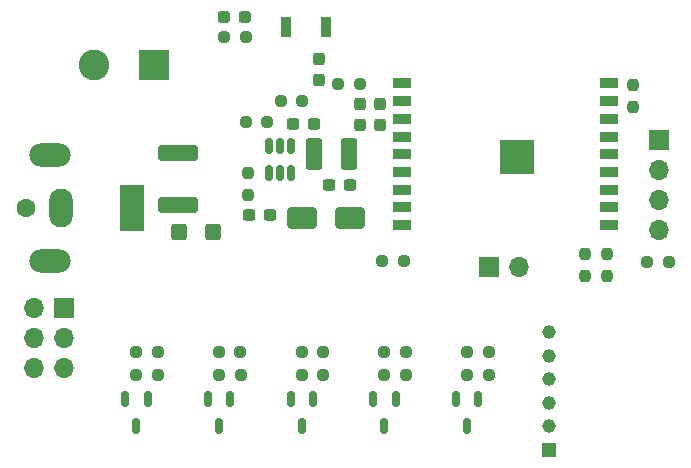
<source format=gbr>
%TF.GenerationSoftware,KiCad,Pcbnew,8.0.1-8.0.1-0~ubuntu23.10.1*%
%TF.CreationDate,2024-04-04T11:37:09+03:00*%
%TF.ProjectId,LED driver,4c454420-6472-4697-9665-722e6b696361,rev?*%
%TF.SameCoordinates,Original*%
%TF.FileFunction,Soldermask,Top*%
%TF.FilePolarity,Negative*%
%FSLAX46Y46*%
G04 Gerber Fmt 4.6, Leading zero omitted, Abs format (unit mm)*
G04 Created by KiCad (PCBNEW 8.0.1-8.0.1-0~ubuntu23.10.1) date 2024-04-04 11:37:09*
%MOMM*%
%LPD*%
G01*
G04 APERTURE LIST*
G04 Aperture macros list*
%AMRoundRect*
0 Rectangle with rounded corners*
0 $1 Rounding radius*
0 $2 $3 $4 $5 $6 $7 $8 $9 X,Y pos of 4 corners*
0 Add a 4 corners polygon primitive as box body*
4,1,4,$2,$3,$4,$5,$6,$7,$8,$9,$2,$3,0*
0 Add four circle primitives for the rounded corners*
1,1,$1+$1,$2,$3*
1,1,$1+$1,$4,$5*
1,1,$1+$1,$6,$7*
1,1,$1+$1,$8,$9*
0 Add four rect primitives between the rounded corners*
20,1,$1+$1,$2,$3,$4,$5,0*
20,1,$1+$1,$4,$5,$6,$7,0*
20,1,$1+$1,$6,$7,$8,$9,0*
20,1,$1+$1,$8,$9,$2,$3,0*%
G04 Aperture macros list end*
%ADD10R,0.900000X1.700000*%
%ADD11C,0.600000*%
%ADD12R,2.900000X2.900000*%
%ADD13R,1.500000X0.900000*%
%ADD14RoundRect,0.237500X0.250000X0.237500X-0.250000X0.237500X-0.250000X-0.237500X0.250000X-0.237500X0*%
%ADD15RoundRect,0.237500X-0.250000X-0.237500X0.250000X-0.237500X0.250000X0.237500X-0.250000X0.237500X0*%
%ADD16RoundRect,0.250001X-0.462499X-1.074999X0.462499X-1.074999X0.462499X1.074999X-0.462499X1.074999X0*%
%ADD17R,1.700000X1.700000*%
%ADD18O,1.700000X1.700000*%
%ADD19C,1.600000*%
%ADD20R,2.000000X4.000000*%
%ADD21O,2.000000X3.300000*%
%ADD22O,3.500000X2.000000*%
%ADD23RoundRect,0.150000X-0.150000X0.512500X-0.150000X-0.512500X0.150000X-0.512500X0.150000X0.512500X0*%
%ADD24RoundRect,0.237500X0.237500X-0.250000X0.237500X0.250000X-0.237500X0.250000X-0.237500X-0.250000X0*%
%ADD25RoundRect,0.250000X1.450000X-0.400000X1.450000X0.400000X-1.450000X0.400000X-1.450000X-0.400000X0*%
%ADD26RoundRect,0.237500X-0.237500X0.250000X-0.237500X-0.250000X0.237500X-0.250000X0.237500X0.250000X0*%
%ADD27RoundRect,0.237500X0.237500X-0.300000X0.237500X0.300000X-0.237500X0.300000X-0.237500X-0.300000X0*%
%ADD28R,2.600000X2.600000*%
%ADD29C,2.600000*%
%ADD30RoundRect,0.237500X0.287500X0.237500X-0.287500X0.237500X-0.287500X-0.237500X0.287500X-0.237500X0*%
%ADD31RoundRect,0.237500X0.300000X0.237500X-0.300000X0.237500X-0.300000X-0.237500X0.300000X-0.237500X0*%
%ADD32RoundRect,0.237500X-0.300000X-0.237500X0.300000X-0.237500X0.300000X0.237500X-0.300000X0.237500X0*%
%ADD33RoundRect,0.250000X-1.000000X-0.650000X1.000000X-0.650000X1.000000X0.650000X-1.000000X0.650000X0*%
%ADD34RoundRect,0.250000X-0.400000X-0.450000X0.400000X-0.450000X0.400000X0.450000X-0.400000X0.450000X0*%
%ADD35R,1.150000X1.150000*%
%ADD36C,1.150000*%
G04 APERTURE END LIST*
D10*
%TO.C,SW1*%
X123020266Y-59785435D03*
X126420266Y-59785435D03*
%TD*%
D11*
%TO.C,U1*%
X143678146Y-71300367D03*
X143678146Y-70200367D03*
X143128146Y-71850367D03*
X143128146Y-70750367D03*
X143128146Y-69650367D03*
X142578146Y-71300367D03*
D12*
X142578146Y-70750367D03*
D11*
X142578146Y-70200367D03*
X142028146Y-71850367D03*
X142028146Y-70750367D03*
X142028146Y-69650367D03*
X141478146Y-71300367D03*
X141478146Y-70200367D03*
D13*
X150368146Y-64550367D03*
X150368146Y-66050367D03*
X150368146Y-67550367D03*
X150368146Y-69050367D03*
X150368146Y-70550367D03*
X150368146Y-72050367D03*
X150368146Y-73550367D03*
X150368146Y-75050367D03*
X150368146Y-76550367D03*
X132868146Y-76550367D03*
X132868146Y-75050367D03*
X132868146Y-73550367D03*
X132868146Y-72050367D03*
X132868146Y-70550367D03*
X132868146Y-69050367D03*
X132868146Y-67550367D03*
X132868146Y-66050367D03*
X132868146Y-64550367D03*
%TD*%
D14*
%TO.C,R15*%
X129268538Y-64641505D03*
X127443538Y-64641505D03*
%TD*%
D15*
%TO.C,R12*%
X131175925Y-79605649D03*
X133000925Y-79605649D03*
%TD*%
D14*
%TO.C,R11*%
X153591699Y-79696247D03*
X155416699Y-79696247D03*
%TD*%
D16*
%TO.C,L1*%
X128362500Y-70565000D03*
X125387500Y-70565000D03*
%TD*%
D17*
%TO.C,J6*%
X104193957Y-83603448D03*
D18*
X101653957Y-83603448D03*
X104193957Y-86143448D03*
X101653957Y-86143448D03*
X104193957Y-88683448D03*
X101653957Y-88683448D03*
%TD*%
D17*
%TO.C,J5*%
X154563514Y-69341476D03*
D18*
X154563514Y-71881476D03*
X154563514Y-74421476D03*
X154563514Y-76961476D03*
%TD*%
D17*
%TO.C,J4*%
X140199256Y-80114274D03*
D18*
X142739256Y-80114274D03*
%TD*%
D19*
%TO.C,J3*%
X101000000Y-75100000D03*
D20*
X110000000Y-75100000D03*
D21*
X104000000Y-75100000D03*
D22*
X103000000Y-70600000D03*
X103000000Y-79600000D03*
%TD*%
D23*
%TO.C,Q4*%
X117356735Y-93549651D03*
X116406735Y-91274651D03*
X118306735Y-91274651D03*
%TD*%
D14*
%TO.C,R1*%
X140168956Y-87328246D03*
X138343956Y-87328246D03*
%TD*%
D23*
%TO.C,Q5*%
X111306735Y-91274651D03*
X109406735Y-91274651D03*
X110356735Y-93549651D03*
%TD*%
D24*
%TO.C,R13*%
X148337375Y-79009915D03*
X148337375Y-80834915D03*
%TD*%
D14*
%TO.C,R6*%
X126178128Y-89207417D03*
X124353128Y-89207417D03*
%TD*%
%TO.C,R2*%
X140178128Y-89207417D03*
X138353128Y-89207417D03*
%TD*%
D25*
%TO.C,F1*%
X113885000Y-74860000D03*
X113885000Y-70410000D03*
%TD*%
D26*
%TO.C,R17*%
X152397514Y-64721115D03*
X152397514Y-66546115D03*
%TD*%
D23*
%TO.C,Q3*%
X125306735Y-91274651D03*
X123406735Y-91274651D03*
X124356735Y-93549651D03*
%TD*%
D26*
%TO.C,R16*%
X119836086Y-73972814D03*
X119836086Y-72147814D03*
%TD*%
D27*
%TO.C,C4*%
X129245493Y-68033294D03*
X129245493Y-66308294D03*
%TD*%
D28*
%TO.C,J1*%
X111805000Y-62975000D03*
D29*
X106805000Y-62975000D03*
%TD*%
D23*
%TO.C,Q1*%
X139306735Y-91274651D03*
X137406735Y-91274651D03*
X138356735Y-93549651D03*
%TD*%
D15*
%TO.C,R19*%
X121454115Y-67859268D03*
X119629115Y-67859268D03*
%TD*%
%TO.C,R18*%
X124412500Y-66000000D03*
X122587500Y-66000000D03*
%TD*%
D23*
%TO.C,Q2*%
X132306735Y-91274651D03*
X130406735Y-91274651D03*
X131356735Y-93549651D03*
%TD*%
D14*
%TO.C,R9*%
X112168956Y-87328246D03*
X110343956Y-87328246D03*
%TD*%
%TO.C,R8*%
X119178128Y-89207417D03*
X117353128Y-89207417D03*
%TD*%
D27*
%TO.C,C3*%
X130975632Y-68040442D03*
X130975632Y-66315442D03*
%TD*%
D14*
%TO.C,R20*%
X117784602Y-60655577D03*
X119609602Y-60655577D03*
%TD*%
D30*
%TO.C,D3*%
X117785674Y-58915606D03*
X119535674Y-58915606D03*
%TD*%
D14*
%TO.C,R7*%
X119168956Y-87328246D03*
X117343956Y-87328246D03*
%TD*%
D31*
%TO.C,C6*%
X126694168Y-73168619D03*
X128419168Y-73168619D03*
%TD*%
D14*
%TO.C,R10*%
X112178128Y-89207417D03*
X110353128Y-89207417D03*
%TD*%
D26*
%TO.C,R14*%
X150161756Y-80827450D03*
X150161756Y-79002450D03*
%TD*%
D14*
%TO.C,R5*%
X126168956Y-87328246D03*
X124343956Y-87328246D03*
%TD*%
D32*
%TO.C,C5*%
X125362500Y-68000000D03*
X123637500Y-68000000D03*
%TD*%
D31*
%TO.C,C2*%
X119903925Y-75726290D03*
X121628925Y-75726290D03*
%TD*%
D33*
%TO.C,D2*%
X128411761Y-75920583D03*
X124411761Y-75920583D03*
%TD*%
D27*
%TO.C,C1*%
X125775013Y-64235397D03*
X125775013Y-62510397D03*
%TD*%
D14*
%TO.C,R3*%
X133168956Y-87328246D03*
X131343956Y-87328246D03*
%TD*%
D23*
%TO.C,U2*%
X123450000Y-72137500D03*
X122500000Y-72137500D03*
X121550000Y-72137500D03*
X121550000Y-69862500D03*
X122500000Y-69862500D03*
X123450000Y-69862500D03*
%TD*%
D34*
%TO.C,D1*%
X113969311Y-77129526D03*
X116869311Y-77129526D03*
%TD*%
D35*
%TO.C,J2*%
X145259291Y-95594874D03*
D36*
X145259291Y-93594873D03*
X145259291Y-91594874D03*
X145259291Y-89594873D03*
X145259291Y-87594875D03*
X145259291Y-85594874D03*
%TD*%
D14*
%TO.C,R4*%
X133178128Y-89207417D03*
X131353128Y-89207417D03*
%TD*%
M02*

</source>
